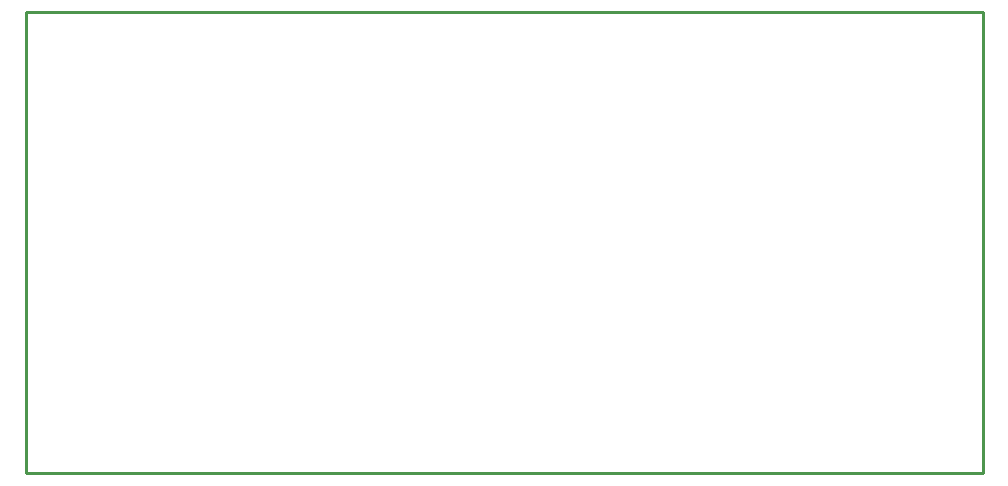
<source format=gko>
G04 start of page 4 for group 2 idx 2 *
G04 Title: (unknown), outline *
G04 Creator: pcb 1.99z *
G04 CreationDate: Mon Nov 16 05:23:18 2015 UTC *
G04 For: commonadmin *
G04 Format: Gerber/RS-274X *
G04 PCB-Dimensions (mil): 3220.00 2260.00 *
G04 PCB-Coordinate-Origin: lower left *
%MOIN*%
%FSLAX25Y25*%
%LNOUTLINE*%
%ADD58C,0.0100*%
G54D58*X319500Y5500D02*Y11000D01*
X500Y5500D02*X319500D01*
Y159000D02*Y10000D01*
X500Y159000D02*X319500D01*
X500Y5500D02*Y159000D01*
M02*

</source>
